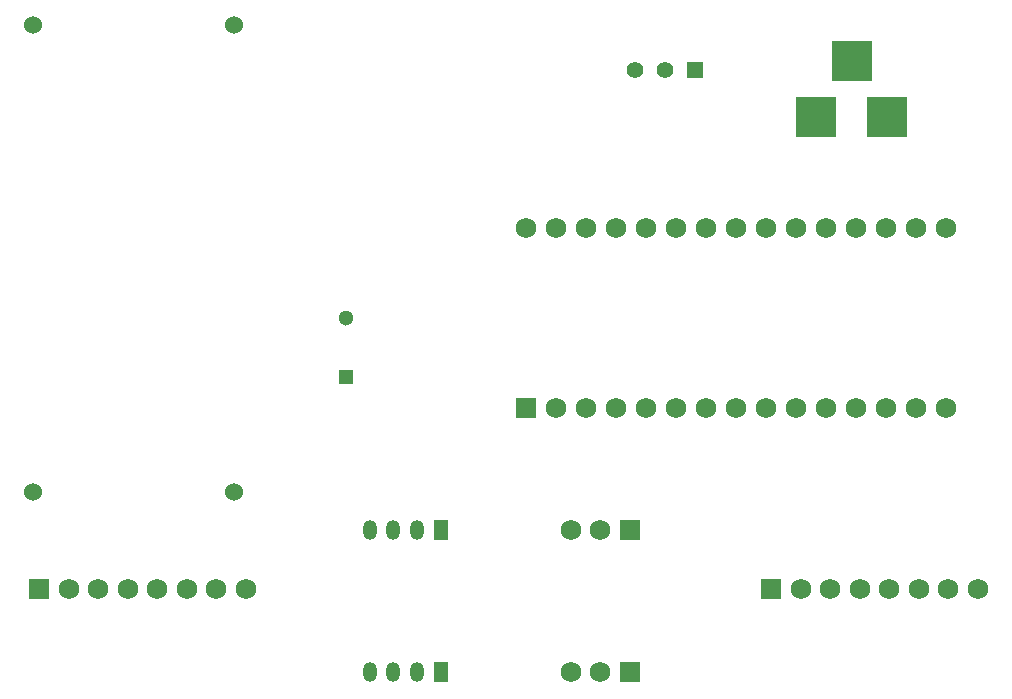
<source format=gbr>
G04 #@! TF.FileFunction,Soldermask,Bot*
%FSLAX46Y46*%
G04 Gerber Fmt 4.6, Leading zero omitted, Abs format (unit mm)*
G04 Created by KiCad (PCBNEW 4.0.3+e1-6302~38~ubuntu15.04.1-stable) date Sun Sep 25 07:10:45 2016*
%MOMM*%
%LPD*%
G01*
G04 APERTURE LIST*
%ADD10C,0.100000*%
%ADD11R,1.727200X1.727200*%
%ADD12C,1.727200*%
%ADD13R,1.300000X1.300000*%
%ADD14C,1.300000*%
%ADD15R,1.750000X1.750000*%
%ADD16C,1.750000*%
%ADD17R,1.200000X1.700000*%
%ADD18O,1.200000X1.700000*%
%ADD19C,1.524000*%
%ADD20R,3.500120X3.500120*%
%ADD21R,1.397000X1.397000*%
%ADD22C,1.397000*%
G04 APERTURE END LIST*
D10*
D11*
X79220000Y-67620000D03*
D12*
X81760000Y-67620000D03*
X84300000Y-67620000D03*
X86840000Y-67620000D03*
X89380000Y-67620000D03*
X91920000Y-67620000D03*
X94460000Y-67620000D03*
X97000000Y-67620000D03*
X99540000Y-67620000D03*
X102080000Y-67620000D03*
X104620000Y-67620000D03*
X107160000Y-67620000D03*
X109700000Y-67620000D03*
X112240000Y-67620000D03*
X114780000Y-67620000D03*
X114780000Y-52380000D03*
X112240000Y-52380000D03*
X109700000Y-52380000D03*
X107160000Y-52380000D03*
X104620000Y-52380000D03*
X102080000Y-52380000D03*
X99540000Y-52380000D03*
X97000000Y-52380000D03*
X94460000Y-52380000D03*
X91920000Y-52380000D03*
X89380000Y-52380000D03*
X86840000Y-52380000D03*
X84300000Y-52380000D03*
X81760000Y-52380000D03*
X79220000Y-52380000D03*
D13*
X64000000Y-65000000D03*
D14*
X64000000Y-60000000D03*
D15*
X38000000Y-83000000D03*
D16*
X40500000Y-83000000D03*
X43000000Y-83000000D03*
X45500000Y-83000000D03*
X48000000Y-83000000D03*
X50500000Y-83000000D03*
X53000000Y-83000000D03*
X55500000Y-83000000D03*
D15*
X100000000Y-83000000D03*
D16*
X102500000Y-83000000D03*
X105000000Y-83000000D03*
X107500000Y-83000000D03*
X110000000Y-83000000D03*
X112500000Y-83000000D03*
X115000000Y-83000000D03*
X117500000Y-83000000D03*
D17*
X72000000Y-90000000D03*
D18*
X70000000Y-90000000D03*
X68000000Y-90000000D03*
X66000000Y-90000000D03*
D17*
X72000000Y-78000000D03*
D18*
X70000000Y-78000000D03*
X68000000Y-78000000D03*
X66000000Y-78000000D03*
D19*
X54500000Y-35250000D03*
X37500000Y-35250000D03*
X54500000Y-74750000D03*
X37500000Y-74750000D03*
D20*
X103799860Y-43000000D03*
X109799340Y-43000000D03*
X106799600Y-38301000D03*
D15*
X88000000Y-90000000D03*
D16*
X85500000Y-90000000D03*
X83000000Y-90000000D03*
D15*
X88000000Y-78000000D03*
D16*
X85500000Y-78000000D03*
X83000000Y-78000000D03*
D21*
X93540000Y-39000000D03*
D22*
X91000000Y-39000000D03*
X88460000Y-39000000D03*
M02*

</source>
